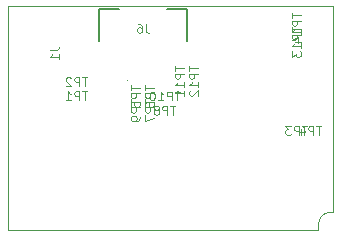
<source format=gbr>
%TF.GenerationSoftware,KiCad,Pcbnew,7.0.7*%
%TF.CreationDate,2024-01-11T19:31:21-08:00*%
%TF.ProjectId,beeper-design,62656570-6572-42d6-9465-7369676e2e6b,rev?*%
%TF.SameCoordinates,Original*%
%TF.FileFunction,Legend,Bot*%
%TF.FilePolarity,Positive*%
%FSLAX46Y46*%
G04 Gerber Fmt 4.6, Leading zero omitted, Abs format (unit mm)*
G04 Created by KiCad (PCBNEW 7.0.7) date 2024-01-11 19:31:21*
%MOMM*%
%LPD*%
G01*
G04 APERTURE LIST*
%ADD10C,0.100000*%
%ADD11C,0.127000*%
%TA.AperFunction,Profile*%
%ADD12C,0.050000*%
%TD*%
G04 APERTURE END LIST*
D10*
X132422671Y-105762094D02*
X131994100Y-105762094D01*
X132208385Y-106512094D02*
X132208385Y-105762094D01*
X131744099Y-106512094D02*
X131744099Y-105762094D01*
X131744099Y-105762094D02*
X131458385Y-105762094D01*
X131458385Y-105762094D02*
X131386956Y-105797808D01*
X131386956Y-105797808D02*
X131351242Y-105833522D01*
X131351242Y-105833522D02*
X131315528Y-105904951D01*
X131315528Y-105904951D02*
X131315528Y-106012094D01*
X131315528Y-106012094D02*
X131351242Y-106083522D01*
X131351242Y-106083522D02*
X131386956Y-106119237D01*
X131386956Y-106119237D02*
X131458385Y-106154951D01*
X131458385Y-106154951D02*
X131744099Y-106154951D01*
X130601242Y-106512094D02*
X131029813Y-106512094D01*
X130815528Y-106512094D02*
X130815528Y-105762094D01*
X130815528Y-105762094D02*
X130886956Y-105869237D01*
X130886956Y-105869237D02*
X130958385Y-105940665D01*
X130958385Y-105940665D02*
X131029813Y-105976380D01*
X132422671Y-104558894D02*
X131994100Y-104558894D01*
X132208385Y-105308894D02*
X132208385Y-104558894D01*
X131744099Y-105308894D02*
X131744099Y-104558894D01*
X131744099Y-104558894D02*
X131458385Y-104558894D01*
X131458385Y-104558894D02*
X131386956Y-104594608D01*
X131386956Y-104594608D02*
X131351242Y-104630322D01*
X131351242Y-104630322D02*
X131315528Y-104701751D01*
X131315528Y-104701751D02*
X131315528Y-104808894D01*
X131315528Y-104808894D02*
X131351242Y-104880322D01*
X131351242Y-104880322D02*
X131386956Y-104916037D01*
X131386956Y-104916037D02*
X131458385Y-104951751D01*
X131458385Y-104951751D02*
X131744099Y-104951751D01*
X131029813Y-104630322D02*
X130994099Y-104594608D01*
X130994099Y-104594608D02*
X130922671Y-104558894D01*
X130922671Y-104558894D02*
X130744099Y-104558894D01*
X130744099Y-104558894D02*
X130672671Y-104594608D01*
X130672671Y-104594608D02*
X130636956Y-104630322D01*
X130636956Y-104630322D02*
X130601242Y-104701751D01*
X130601242Y-104701751D02*
X130601242Y-104773180D01*
X130601242Y-104773180D02*
X130636956Y-104880322D01*
X130636956Y-104880322D02*
X131065528Y-105308894D01*
X131065528Y-105308894D02*
X130601242Y-105308894D01*
X129258157Y-102295525D02*
X129793871Y-102295525D01*
X129793871Y-102295525D02*
X129901014Y-102259810D01*
X129901014Y-102259810D02*
X129972443Y-102188382D01*
X129972443Y-102188382D02*
X130008157Y-102081239D01*
X130008157Y-102081239D02*
X130008157Y-102009810D01*
X130008157Y-103045525D02*
X130008157Y-102616954D01*
X130008157Y-102831239D02*
X129258157Y-102831239D01*
X129258157Y-102831239D02*
X129365300Y-102759811D01*
X129365300Y-102759811D02*
X129436728Y-102688382D01*
X129436728Y-102688382D02*
X129472443Y-102616954D01*
X137335514Y-105235809D02*
X137335514Y-105664381D01*
X138085514Y-105450095D02*
X137335514Y-105450095D01*
X138085514Y-105914381D02*
X137335514Y-105914381D01*
X137335514Y-105914381D02*
X137335514Y-106200095D01*
X137335514Y-106200095D02*
X137371228Y-106271524D01*
X137371228Y-106271524D02*
X137406942Y-106307238D01*
X137406942Y-106307238D02*
X137478371Y-106342952D01*
X137478371Y-106342952D02*
X137585514Y-106342952D01*
X137585514Y-106342952D02*
X137656942Y-106307238D01*
X137656942Y-106307238D02*
X137692657Y-106271524D01*
X137692657Y-106271524D02*
X137728371Y-106200095D01*
X137728371Y-106200095D02*
X137728371Y-105914381D01*
X137335514Y-106985810D02*
X137335514Y-106842952D01*
X137335514Y-106842952D02*
X137371228Y-106771524D01*
X137371228Y-106771524D02*
X137406942Y-106735810D01*
X137406942Y-106735810D02*
X137514085Y-106664381D01*
X137514085Y-106664381D02*
X137656942Y-106628667D01*
X137656942Y-106628667D02*
X137942657Y-106628667D01*
X137942657Y-106628667D02*
X138014085Y-106664381D01*
X138014085Y-106664381D02*
X138049800Y-106700095D01*
X138049800Y-106700095D02*
X138085514Y-106771524D01*
X138085514Y-106771524D02*
X138085514Y-106914381D01*
X138085514Y-106914381D02*
X138049800Y-106985810D01*
X138049800Y-106985810D02*
X138014085Y-107021524D01*
X138014085Y-107021524D02*
X137942657Y-107057238D01*
X137942657Y-107057238D02*
X137764085Y-107057238D01*
X137764085Y-107057238D02*
X137692657Y-107021524D01*
X137692657Y-107021524D02*
X137656942Y-106985810D01*
X137656942Y-106985810D02*
X137621228Y-106914381D01*
X137621228Y-106914381D02*
X137621228Y-106771524D01*
X137621228Y-106771524D02*
X137656942Y-106700095D01*
X137656942Y-106700095D02*
X137692657Y-106664381D01*
X137692657Y-106664381D02*
X137764085Y-106628667D01*
X136132314Y-105235809D02*
X136132314Y-105664381D01*
X136882314Y-105450095D02*
X136132314Y-105450095D01*
X136882314Y-105914381D02*
X136132314Y-105914381D01*
X136132314Y-105914381D02*
X136132314Y-106200095D01*
X136132314Y-106200095D02*
X136168028Y-106271524D01*
X136168028Y-106271524D02*
X136203742Y-106307238D01*
X136203742Y-106307238D02*
X136275171Y-106342952D01*
X136275171Y-106342952D02*
X136382314Y-106342952D01*
X136382314Y-106342952D02*
X136453742Y-106307238D01*
X136453742Y-106307238D02*
X136489457Y-106271524D01*
X136489457Y-106271524D02*
X136525171Y-106200095D01*
X136525171Y-106200095D02*
X136525171Y-105914381D01*
X136132314Y-107021524D02*
X136132314Y-106664381D01*
X136132314Y-106664381D02*
X136489457Y-106628667D01*
X136489457Y-106628667D02*
X136453742Y-106664381D01*
X136453742Y-106664381D02*
X136418028Y-106735810D01*
X136418028Y-106735810D02*
X136418028Y-106914381D01*
X136418028Y-106914381D02*
X136453742Y-106985810D01*
X136453742Y-106985810D02*
X136489457Y-107021524D01*
X136489457Y-107021524D02*
X136560885Y-107057238D01*
X136560885Y-107057238D02*
X136739457Y-107057238D01*
X136739457Y-107057238D02*
X136810885Y-107021524D01*
X136810885Y-107021524D02*
X136846600Y-106985810D01*
X136846600Y-106985810D02*
X136882314Y-106914381D01*
X136882314Y-106914381D02*
X136882314Y-106735810D01*
X136882314Y-106735810D02*
X136846600Y-106664381D01*
X136846600Y-106664381D02*
X136810885Y-106628667D01*
X139893378Y-106977202D02*
X139464807Y-106977202D01*
X139679092Y-107727202D02*
X139679092Y-106977202D01*
X139214806Y-107727202D02*
X139214806Y-106977202D01*
X139214806Y-106977202D02*
X138929092Y-106977202D01*
X138929092Y-106977202D02*
X138857663Y-107012916D01*
X138857663Y-107012916D02*
X138821949Y-107048630D01*
X138821949Y-107048630D02*
X138786235Y-107120059D01*
X138786235Y-107120059D02*
X138786235Y-107227202D01*
X138786235Y-107227202D02*
X138821949Y-107298630D01*
X138821949Y-107298630D02*
X138857663Y-107334345D01*
X138857663Y-107334345D02*
X138929092Y-107370059D01*
X138929092Y-107370059D02*
X139214806Y-107370059D01*
X138357663Y-107298630D02*
X138429092Y-107262916D01*
X138429092Y-107262916D02*
X138464806Y-107227202D01*
X138464806Y-107227202D02*
X138500520Y-107155773D01*
X138500520Y-107155773D02*
X138500520Y-107120059D01*
X138500520Y-107120059D02*
X138464806Y-107048630D01*
X138464806Y-107048630D02*
X138429092Y-107012916D01*
X138429092Y-107012916D02*
X138357663Y-106977202D01*
X138357663Y-106977202D02*
X138214806Y-106977202D01*
X138214806Y-106977202D02*
X138143378Y-107012916D01*
X138143378Y-107012916D02*
X138107663Y-107048630D01*
X138107663Y-107048630D02*
X138071949Y-107120059D01*
X138071949Y-107120059D02*
X138071949Y-107155773D01*
X138071949Y-107155773D02*
X138107663Y-107227202D01*
X138107663Y-107227202D02*
X138143378Y-107262916D01*
X138143378Y-107262916D02*
X138214806Y-107298630D01*
X138214806Y-107298630D02*
X138357663Y-107298630D01*
X138357663Y-107298630D02*
X138429092Y-107334345D01*
X138429092Y-107334345D02*
X138464806Y-107370059D01*
X138464806Y-107370059D02*
X138500520Y-107441488D01*
X138500520Y-107441488D02*
X138500520Y-107584345D01*
X138500520Y-107584345D02*
X138464806Y-107655773D01*
X138464806Y-107655773D02*
X138429092Y-107691488D01*
X138429092Y-107691488D02*
X138357663Y-107727202D01*
X138357663Y-107727202D02*
X138214806Y-107727202D01*
X138214806Y-107727202D02*
X138143378Y-107691488D01*
X138143378Y-107691488D02*
X138107663Y-107655773D01*
X138107663Y-107655773D02*
X138071949Y-107584345D01*
X138071949Y-107584345D02*
X138071949Y-107441488D01*
X138071949Y-107441488D02*
X138107663Y-107370059D01*
X138107663Y-107370059D02*
X138143378Y-107334345D01*
X138143378Y-107334345D02*
X138214806Y-107298630D01*
X137335514Y-106439009D02*
X137335514Y-106867581D01*
X138085514Y-106653295D02*
X137335514Y-106653295D01*
X138085514Y-107117581D02*
X137335514Y-107117581D01*
X137335514Y-107117581D02*
X137335514Y-107403295D01*
X137335514Y-107403295D02*
X137371228Y-107474724D01*
X137371228Y-107474724D02*
X137406942Y-107510438D01*
X137406942Y-107510438D02*
X137478371Y-107546152D01*
X137478371Y-107546152D02*
X137585514Y-107546152D01*
X137585514Y-107546152D02*
X137656942Y-107510438D01*
X137656942Y-107510438D02*
X137692657Y-107474724D01*
X137692657Y-107474724D02*
X137728371Y-107403295D01*
X137728371Y-107403295D02*
X137728371Y-107117581D01*
X137335514Y-107796152D02*
X137335514Y-108296152D01*
X137335514Y-108296152D02*
X138085514Y-107974724D01*
X136132314Y-106439009D02*
X136132314Y-106867581D01*
X136882314Y-106653295D02*
X136132314Y-106653295D01*
X136882314Y-107117581D02*
X136132314Y-107117581D01*
X136132314Y-107117581D02*
X136132314Y-107403295D01*
X136132314Y-107403295D02*
X136168028Y-107474724D01*
X136168028Y-107474724D02*
X136203742Y-107510438D01*
X136203742Y-107510438D02*
X136275171Y-107546152D01*
X136275171Y-107546152D02*
X136382314Y-107546152D01*
X136382314Y-107546152D02*
X136453742Y-107510438D01*
X136453742Y-107510438D02*
X136489457Y-107474724D01*
X136489457Y-107474724D02*
X136525171Y-107403295D01*
X136525171Y-107403295D02*
X136525171Y-107117581D01*
X136882314Y-107903295D02*
X136882314Y-108046152D01*
X136882314Y-108046152D02*
X136846600Y-108117581D01*
X136846600Y-108117581D02*
X136810885Y-108153295D01*
X136810885Y-108153295D02*
X136703742Y-108224724D01*
X136703742Y-108224724D02*
X136560885Y-108260438D01*
X136560885Y-108260438D02*
X136275171Y-108260438D01*
X136275171Y-108260438D02*
X136203742Y-108224724D01*
X136203742Y-108224724D02*
X136168028Y-108189010D01*
X136168028Y-108189010D02*
X136132314Y-108117581D01*
X136132314Y-108117581D02*
X136132314Y-107974724D01*
X136132314Y-107974724D02*
X136168028Y-107903295D01*
X136168028Y-107903295D02*
X136203742Y-107867581D01*
X136203742Y-107867581D02*
X136275171Y-107831867D01*
X136275171Y-107831867D02*
X136453742Y-107831867D01*
X136453742Y-107831867D02*
X136525171Y-107867581D01*
X136525171Y-107867581D02*
X136560885Y-107903295D01*
X136560885Y-107903295D02*
X136596600Y-107974724D01*
X136596600Y-107974724D02*
X136596600Y-108117581D01*
X136596600Y-108117581D02*
X136560885Y-108189010D01*
X136560885Y-108189010D02*
X136525171Y-108224724D01*
X136525171Y-108224724D02*
X136453742Y-108260438D01*
X140250521Y-105774002D02*
X139821950Y-105774002D01*
X140036235Y-106524002D02*
X140036235Y-105774002D01*
X139571949Y-106524002D02*
X139571949Y-105774002D01*
X139571949Y-105774002D02*
X139286235Y-105774002D01*
X139286235Y-105774002D02*
X139214806Y-105809716D01*
X139214806Y-105809716D02*
X139179092Y-105845430D01*
X139179092Y-105845430D02*
X139143378Y-105916859D01*
X139143378Y-105916859D02*
X139143378Y-106024002D01*
X139143378Y-106024002D02*
X139179092Y-106095430D01*
X139179092Y-106095430D02*
X139214806Y-106131145D01*
X139214806Y-106131145D02*
X139286235Y-106166859D01*
X139286235Y-106166859D02*
X139571949Y-106166859D01*
X138429092Y-106524002D02*
X138857663Y-106524002D01*
X138643378Y-106524002D02*
X138643378Y-105774002D01*
X138643378Y-105774002D02*
X138714806Y-105881145D01*
X138714806Y-105881145D02*
X138786235Y-105952573D01*
X138786235Y-105952573D02*
X138857663Y-105988288D01*
X137964806Y-105774002D02*
X137893377Y-105774002D01*
X137893377Y-105774002D02*
X137821949Y-105809716D01*
X137821949Y-105809716D02*
X137786235Y-105845430D01*
X137786235Y-105845430D02*
X137750520Y-105916859D01*
X137750520Y-105916859D02*
X137714806Y-106059716D01*
X137714806Y-106059716D02*
X137714806Y-106238288D01*
X137714806Y-106238288D02*
X137750520Y-106381145D01*
X137750520Y-106381145D02*
X137786235Y-106452573D01*
X137786235Y-106452573D02*
X137821949Y-106488288D01*
X137821949Y-106488288D02*
X137893377Y-106524002D01*
X137893377Y-106524002D02*
X137964806Y-106524002D01*
X137964806Y-106524002D02*
X138036235Y-106488288D01*
X138036235Y-106488288D02*
X138071949Y-106452573D01*
X138071949Y-106452573D02*
X138107663Y-106381145D01*
X138107663Y-106381145D02*
X138143377Y-106238288D01*
X138143377Y-106238288D02*
X138143377Y-106059716D01*
X138143377Y-106059716D02*
X138107663Y-105916859D01*
X138107663Y-105916859D02*
X138071949Y-105845430D01*
X138071949Y-105845430D02*
X138036235Y-105809716D01*
X138036235Y-105809716D02*
X137964806Y-105774002D01*
X152229426Y-108691694D02*
X151800855Y-108691694D01*
X152015140Y-109441694D02*
X152015140Y-108691694D01*
X151550854Y-109441694D02*
X151550854Y-108691694D01*
X151550854Y-108691694D02*
X151265140Y-108691694D01*
X151265140Y-108691694D02*
X151193711Y-108727408D01*
X151193711Y-108727408D02*
X151157997Y-108763122D01*
X151157997Y-108763122D02*
X151122283Y-108834551D01*
X151122283Y-108834551D02*
X151122283Y-108941694D01*
X151122283Y-108941694D02*
X151157997Y-109013122D01*
X151157997Y-109013122D02*
X151193711Y-109048837D01*
X151193711Y-109048837D02*
X151265140Y-109084551D01*
X151265140Y-109084551D02*
X151550854Y-109084551D01*
X150479426Y-108941694D02*
X150479426Y-109441694D01*
X150657997Y-108655980D02*
X150836568Y-109191694D01*
X150836568Y-109191694D02*
X150372283Y-109191694D01*
X151026226Y-108691694D02*
X150597655Y-108691694D01*
X150811940Y-109441694D02*
X150811940Y-108691694D01*
X150347654Y-109441694D02*
X150347654Y-108691694D01*
X150347654Y-108691694D02*
X150061940Y-108691694D01*
X150061940Y-108691694D02*
X149990511Y-108727408D01*
X149990511Y-108727408D02*
X149954797Y-108763122D01*
X149954797Y-108763122D02*
X149919083Y-108834551D01*
X149919083Y-108834551D02*
X149919083Y-108941694D01*
X149919083Y-108941694D02*
X149954797Y-109013122D01*
X149954797Y-109013122D02*
X149990511Y-109048837D01*
X149990511Y-109048837D02*
X150061940Y-109084551D01*
X150061940Y-109084551D02*
X150347654Y-109084551D01*
X149669083Y-108691694D02*
X149204797Y-108691694D01*
X149204797Y-108691694D02*
X149454797Y-108977408D01*
X149454797Y-108977408D02*
X149347654Y-108977408D01*
X149347654Y-108977408D02*
X149276226Y-109013122D01*
X149276226Y-109013122D02*
X149240511Y-109048837D01*
X149240511Y-109048837D02*
X149204797Y-109120265D01*
X149204797Y-109120265D02*
X149204797Y-109298837D01*
X149204797Y-109298837D02*
X149240511Y-109370265D01*
X149240511Y-109370265D02*
X149276226Y-109405980D01*
X149276226Y-109405980D02*
X149347654Y-109441694D01*
X149347654Y-109441694D02*
X149561940Y-109441694D01*
X149561940Y-109441694D02*
X149633368Y-109405980D01*
X149633368Y-109405980D02*
X149669083Y-109370265D01*
X137394175Y-100047178D02*
X137394175Y-100582892D01*
X137394175Y-100582892D02*
X137429890Y-100690035D01*
X137429890Y-100690035D02*
X137501318Y-100761464D01*
X137501318Y-100761464D02*
X137608461Y-100797178D01*
X137608461Y-100797178D02*
X137679890Y-100797178D01*
X136715604Y-100047178D02*
X136858461Y-100047178D01*
X136858461Y-100047178D02*
X136929889Y-100082892D01*
X136929889Y-100082892D02*
X136965604Y-100118606D01*
X136965604Y-100118606D02*
X137037032Y-100225749D01*
X137037032Y-100225749D02*
X137072746Y-100368606D01*
X137072746Y-100368606D02*
X137072746Y-100654321D01*
X137072746Y-100654321D02*
X137037032Y-100725749D01*
X137037032Y-100725749D02*
X137001318Y-100761464D01*
X137001318Y-100761464D02*
X136929889Y-100797178D01*
X136929889Y-100797178D02*
X136787032Y-100797178D01*
X136787032Y-100797178D02*
X136715604Y-100761464D01*
X136715604Y-100761464D02*
X136679889Y-100725749D01*
X136679889Y-100725749D02*
X136644175Y-100654321D01*
X136644175Y-100654321D02*
X136644175Y-100475749D01*
X136644175Y-100475749D02*
X136679889Y-100404321D01*
X136679889Y-100404321D02*
X136715604Y-100368606D01*
X136715604Y-100368606D02*
X136787032Y-100332892D01*
X136787032Y-100332892D02*
X136929889Y-100332892D01*
X136929889Y-100332892D02*
X137001318Y-100368606D01*
X137001318Y-100368606D02*
X137037032Y-100404321D01*
X137037032Y-100404321D02*
X137072746Y-100475749D01*
X149773687Y-99081600D02*
X149773687Y-99510172D01*
X150523687Y-99295886D02*
X149773687Y-99295886D01*
X150523687Y-99760172D02*
X149773687Y-99760172D01*
X149773687Y-99760172D02*
X149773687Y-100045886D01*
X149773687Y-100045886D02*
X149809401Y-100117315D01*
X149809401Y-100117315D02*
X149845115Y-100153029D01*
X149845115Y-100153029D02*
X149916544Y-100188743D01*
X149916544Y-100188743D02*
X150023687Y-100188743D01*
X150023687Y-100188743D02*
X150095115Y-100153029D01*
X150095115Y-100153029D02*
X150130830Y-100117315D01*
X150130830Y-100117315D02*
X150166544Y-100045886D01*
X150166544Y-100045886D02*
X150166544Y-99760172D01*
X150523687Y-100903029D02*
X150523687Y-100474458D01*
X150523687Y-100688743D02*
X149773687Y-100688743D01*
X149773687Y-100688743D02*
X149880830Y-100617315D01*
X149880830Y-100617315D02*
X149952258Y-100545886D01*
X149952258Y-100545886D02*
X149987973Y-100474458D01*
X150023687Y-101545887D02*
X150523687Y-101545887D01*
X149737973Y-101367315D02*
X150273687Y-101188744D01*
X150273687Y-101188744D02*
X150273687Y-101653029D01*
X149773687Y-100284800D02*
X149773687Y-100713372D01*
X150523687Y-100499086D02*
X149773687Y-100499086D01*
X150523687Y-100963372D02*
X149773687Y-100963372D01*
X149773687Y-100963372D02*
X149773687Y-101249086D01*
X149773687Y-101249086D02*
X149809401Y-101320515D01*
X149809401Y-101320515D02*
X149845115Y-101356229D01*
X149845115Y-101356229D02*
X149916544Y-101391943D01*
X149916544Y-101391943D02*
X150023687Y-101391943D01*
X150023687Y-101391943D02*
X150095115Y-101356229D01*
X150095115Y-101356229D02*
X150130830Y-101320515D01*
X150130830Y-101320515D02*
X150166544Y-101249086D01*
X150166544Y-101249086D02*
X150166544Y-100963372D01*
X150523687Y-102106229D02*
X150523687Y-101677658D01*
X150523687Y-101891943D02*
X149773687Y-101891943D01*
X149773687Y-101891943D02*
X149880830Y-101820515D01*
X149880830Y-101820515D02*
X149952258Y-101749086D01*
X149952258Y-101749086D02*
X149987973Y-101677658D01*
X149773687Y-102356229D02*
X149773687Y-102820515D01*
X149773687Y-102820515D02*
X150059401Y-102570515D01*
X150059401Y-102570515D02*
X150059401Y-102677658D01*
X150059401Y-102677658D02*
X150095115Y-102749087D01*
X150095115Y-102749087D02*
X150130830Y-102784801D01*
X150130830Y-102784801D02*
X150202258Y-102820515D01*
X150202258Y-102820515D02*
X150380830Y-102820515D01*
X150380830Y-102820515D02*
X150452258Y-102784801D01*
X150452258Y-102784801D02*
X150487973Y-102749087D01*
X150487973Y-102749087D02*
X150523687Y-102677658D01*
X150523687Y-102677658D02*
X150523687Y-102463372D01*
X150523687Y-102463372D02*
X150487973Y-102391944D01*
X150487973Y-102391944D02*
X150452258Y-102356229D01*
X141077376Y-103578379D02*
X141077376Y-104006951D01*
X141827376Y-103792665D02*
X141077376Y-103792665D01*
X141827376Y-104256951D02*
X141077376Y-104256951D01*
X141077376Y-104256951D02*
X141077376Y-104542665D01*
X141077376Y-104542665D02*
X141113090Y-104614094D01*
X141113090Y-104614094D02*
X141148804Y-104649808D01*
X141148804Y-104649808D02*
X141220233Y-104685522D01*
X141220233Y-104685522D02*
X141327376Y-104685522D01*
X141327376Y-104685522D02*
X141398804Y-104649808D01*
X141398804Y-104649808D02*
X141434519Y-104614094D01*
X141434519Y-104614094D02*
X141470233Y-104542665D01*
X141470233Y-104542665D02*
X141470233Y-104256951D01*
X141827376Y-105399808D02*
X141827376Y-104971237D01*
X141827376Y-105185522D02*
X141077376Y-105185522D01*
X141077376Y-105185522D02*
X141184519Y-105114094D01*
X141184519Y-105114094D02*
X141255947Y-105042665D01*
X141255947Y-105042665D02*
X141291662Y-104971237D01*
X141148804Y-105685523D02*
X141113090Y-105721237D01*
X141113090Y-105721237D02*
X141077376Y-105792666D01*
X141077376Y-105792666D02*
X141077376Y-105971237D01*
X141077376Y-105971237D02*
X141113090Y-106042666D01*
X141113090Y-106042666D02*
X141148804Y-106078380D01*
X141148804Y-106078380D02*
X141220233Y-106114094D01*
X141220233Y-106114094D02*
X141291662Y-106114094D01*
X141291662Y-106114094D02*
X141398804Y-106078380D01*
X141398804Y-106078380D02*
X141827376Y-105649808D01*
X141827376Y-105649808D02*
X141827376Y-106114094D01*
X139874176Y-103578379D02*
X139874176Y-104006951D01*
X140624176Y-103792665D02*
X139874176Y-103792665D01*
X140624176Y-104256951D02*
X139874176Y-104256951D01*
X139874176Y-104256951D02*
X139874176Y-104542665D01*
X139874176Y-104542665D02*
X139909890Y-104614094D01*
X139909890Y-104614094D02*
X139945604Y-104649808D01*
X139945604Y-104649808D02*
X140017033Y-104685522D01*
X140017033Y-104685522D02*
X140124176Y-104685522D01*
X140124176Y-104685522D02*
X140195604Y-104649808D01*
X140195604Y-104649808D02*
X140231319Y-104614094D01*
X140231319Y-104614094D02*
X140267033Y-104542665D01*
X140267033Y-104542665D02*
X140267033Y-104256951D01*
X140624176Y-105399808D02*
X140624176Y-104971237D01*
X140624176Y-105185522D02*
X139874176Y-105185522D01*
X139874176Y-105185522D02*
X139981319Y-105114094D01*
X139981319Y-105114094D02*
X140052747Y-105042665D01*
X140052747Y-105042665D02*
X140088462Y-104971237D01*
X140624176Y-106114094D02*
X140624176Y-105685523D01*
X140624176Y-105899808D02*
X139874176Y-105899808D01*
X139874176Y-105899808D02*
X139981319Y-105828380D01*
X139981319Y-105828380D02*
X140052747Y-105756951D01*
X140052747Y-105756951D02*
X140088462Y-105685523D01*
D11*
%TO.C,J6*%
X140894176Y-101455414D02*
X140894176Y-98755414D01*
X133394176Y-101455414D02*
X133394176Y-98755414D01*
G36*
X135853931Y-104806375D02*
G01*
X135863310Y-104809220D01*
X135871955Y-104813841D01*
X135879531Y-104820059D01*
X135885749Y-104827635D01*
X135890370Y-104836280D01*
X135893215Y-104845659D01*
X135894176Y-104855414D01*
X135893215Y-104865169D01*
X135890370Y-104874548D01*
X135885749Y-104883193D01*
X135879531Y-104890769D01*
X135871955Y-104896987D01*
X135863310Y-104901608D01*
X135853931Y-104904453D01*
X135844176Y-104905414D01*
X135834421Y-104904453D01*
X135825042Y-104901608D01*
X135816397Y-104896987D01*
X135808821Y-104890769D01*
X135802603Y-104883193D01*
X135797982Y-104874548D01*
X135795137Y-104865169D01*
X135794176Y-104855414D01*
X135795137Y-104845659D01*
X135797982Y-104836280D01*
X135802603Y-104827635D01*
X135808821Y-104820059D01*
X135816397Y-104813841D01*
X135825042Y-104809220D01*
X135834421Y-104806375D01*
X135844176Y-104805414D01*
X135853931Y-104806375D01*
G37*
X133394176Y-98755414D02*
X135149176Y-98755414D01*
X140894176Y-98755414D02*
X139139176Y-98755414D01*
%TD*%
D12*
X152000000Y-117500000D02*
X125750000Y-117500000D01*
X125750000Y-117500000D02*
X125750000Y-98500000D01*
X125750000Y-98500000D02*
X153250000Y-98500000D01*
X153250000Y-98500000D02*
X153250000Y-116000000D01*
X153250000Y-116000000D02*
X153000000Y-116000000D01*
X153000000Y-116000000D02*
G75*
G03*
X152000000Y-117000000I0J-1000000D01*
G01*
X152000000Y-117000000D02*
X152000000Y-117500000D01*
M02*

</source>
